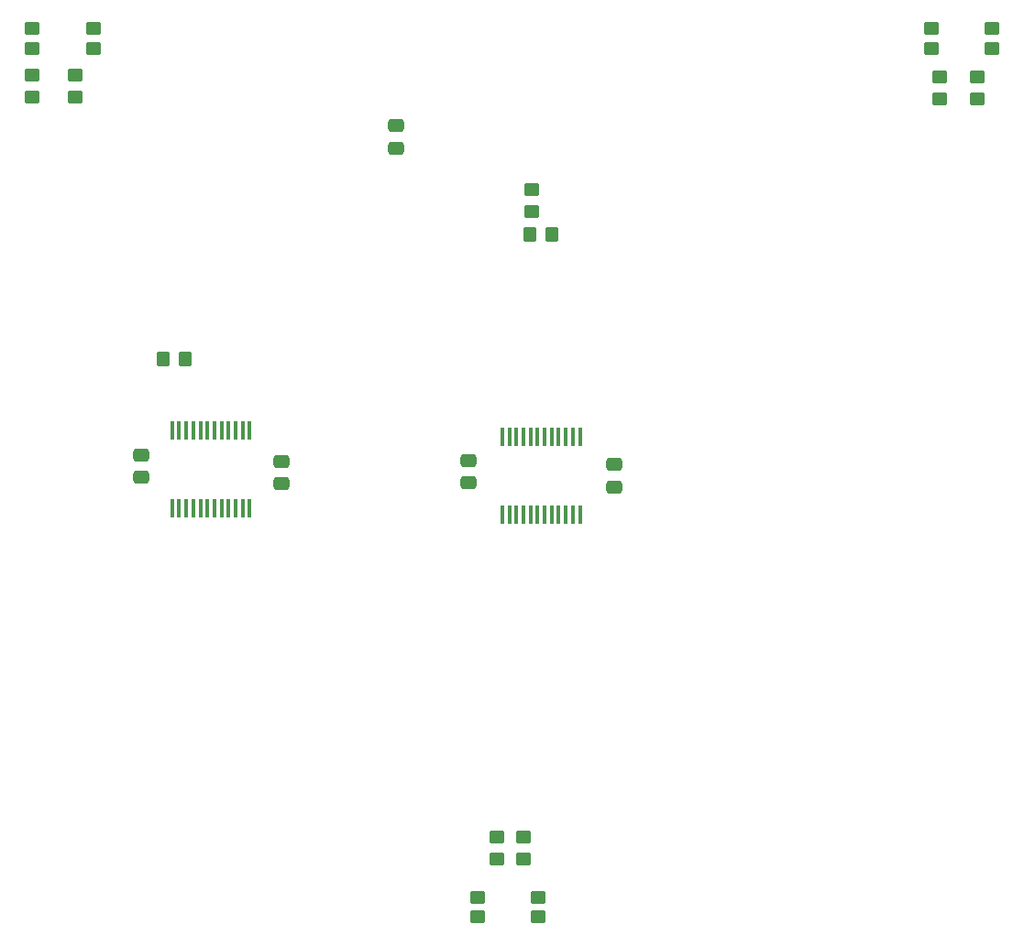
<source format=gbr>
%TF.GenerationSoftware,KiCad,Pcbnew,9.0.5*%
%TF.CreationDate,2025-10-26T18:09:26+01:00*%
%TF.ProjectId,MiniSumoSTM,4d696e69-5375-46d6-9f53-544d2e6b6963,rev?*%
%TF.SameCoordinates,Original*%
%TF.FileFunction,Paste,Bot*%
%TF.FilePolarity,Positive*%
%FSLAX46Y46*%
G04 Gerber Fmt 4.6, Leading zero omitted, Abs format (unit mm)*
G04 Created by KiCad (PCBNEW 9.0.5) date 2025-10-26 18:09:26*
%MOMM*%
%LPD*%
G01*
G04 APERTURE LIST*
G04 Aperture macros list*
%AMRoundRect*
0 Rectangle with rounded corners*
0 $1 Rounding radius*
0 $2 $3 $4 $5 $6 $7 $8 $9 X,Y pos of 4 corners*
0 Add a 4 corners polygon primitive as box body*
4,1,4,$2,$3,$4,$5,$6,$7,$8,$9,$2,$3,0*
0 Add four circle primitives for the rounded corners*
1,1,$1+$1,$2,$3*
1,1,$1+$1,$4,$5*
1,1,$1+$1,$6,$7*
1,1,$1+$1,$8,$9*
0 Add four rect primitives between the rounded corners*
20,1,$1+$1,$2,$3,$4,$5,0*
20,1,$1+$1,$4,$5,$6,$7,0*
20,1,$1+$1,$6,$7,$8,$9,0*
20,1,$1+$1,$8,$9,$2,$3,0*%
G04 Aperture macros list end*
%ADD10RoundRect,0.250000X0.475000X-0.337500X0.475000X0.337500X-0.475000X0.337500X-0.475000X-0.337500X0*%
%ADD11RoundRect,0.250000X-0.475000X0.337500X-0.475000X-0.337500X0.475000X-0.337500X0.475000X0.337500X0*%
%ADD12RoundRect,0.250000X0.450000X-0.350000X0.450000X0.350000X-0.450000X0.350000X-0.450000X-0.350000X0*%
%ADD13RoundRect,0.250000X-0.450000X0.350000X-0.450000X-0.350000X0.450000X-0.350000X0.450000X0.350000X0*%
%ADD14RoundRect,0.250000X0.350000X0.450000X-0.350000X0.450000X-0.350000X-0.450000X0.350000X-0.450000X0*%
%ADD15RoundRect,0.250000X-0.350000X-0.450000X0.350000X-0.450000X0.350000X0.450000X-0.350000X0.450000X0*%
%ADD16R,0.450000X1.750000*%
%ADD17RoundRect,0.240000X-0.460000X0.360000X-0.460000X-0.360000X0.460000X-0.360000X0.460000X0.360000X0*%
G04 APERTURE END LIST*
D10*
%TO.C,C5*%
X140700000Y-67462500D03*
X140700000Y-69537500D03*
%TD*%
D11*
%TO.C,C10*%
X160830000Y-100857500D03*
X160830000Y-98782500D03*
%TD*%
%TO.C,C12*%
X147375000Y-100462500D03*
X147375000Y-98387500D03*
%TD*%
%TO.C,C15*%
X117125000Y-99962500D03*
X117125000Y-97887500D03*
%TD*%
%TO.C,C17*%
X130125000Y-100562500D03*
X130125000Y-98487500D03*
%TD*%
D12*
%TO.C,R1*%
X194375000Y-62975000D03*
X194375000Y-64975000D03*
%TD*%
%TO.C,R2*%
X190875000Y-62975000D03*
X190875000Y-64975000D03*
%TD*%
%TO.C,R3*%
X107075000Y-62800000D03*
X107075000Y-64800000D03*
%TD*%
%TO.C,R4*%
X111075000Y-62800000D03*
X111075000Y-64800000D03*
%TD*%
%TO.C,R5*%
X150000000Y-133200000D03*
X150000000Y-135200000D03*
%TD*%
D13*
%TO.C,R6*%
X152500000Y-135200000D03*
X152500000Y-133200000D03*
%TD*%
D14*
%TO.C,R7*%
X153100000Y-77500000D03*
X155100000Y-77500000D03*
%TD*%
D13*
%TO.C,R8*%
X153250000Y-75362500D03*
X153250000Y-73362500D03*
%TD*%
D15*
%TO.C,R16*%
X121225000Y-88975000D03*
X119225000Y-88975000D03*
%TD*%
D16*
%TO.C,U8*%
X157675000Y-103400000D03*
X157025000Y-103400000D03*
X156375000Y-103400000D03*
X155725000Y-103400000D03*
X155075000Y-103400000D03*
X154425000Y-103400000D03*
X153775000Y-103400000D03*
X153125000Y-103400000D03*
X152475000Y-103400000D03*
X151825000Y-103400000D03*
X151175000Y-103400000D03*
X150525000Y-103400000D03*
X150525000Y-96200000D03*
X151175000Y-96200000D03*
X151825000Y-96200000D03*
X152475000Y-96200000D03*
X153125000Y-96200000D03*
X153775000Y-96200000D03*
X154425000Y-96200000D03*
X155075000Y-96200000D03*
X155725000Y-96200000D03*
X156375000Y-96200000D03*
X157025000Y-96200000D03*
X157675000Y-96200000D03*
%TD*%
D17*
%TO.C,U2*%
X107125000Y-60275000D03*
X112725000Y-60275000D03*
X107125000Y-58475000D03*
X112725000Y-58475000D03*
%TD*%
%TO.C,U3*%
X148200000Y-140600000D03*
X153800000Y-140600000D03*
X148200000Y-138800000D03*
X153800000Y-138800000D03*
%TD*%
D16*
%TO.C,U9*%
X127175000Y-95625000D03*
X126525000Y-95625000D03*
X125875000Y-95625000D03*
X125225000Y-95625000D03*
X124575000Y-95625000D03*
X123925000Y-95625000D03*
X123275000Y-95625000D03*
X122625000Y-95625000D03*
X121975000Y-95625000D03*
X121325000Y-95625000D03*
X120675000Y-95625000D03*
X120025000Y-95625000D03*
X120025000Y-102825000D03*
X120675000Y-102825000D03*
X121325000Y-102825000D03*
X121975000Y-102825000D03*
X122625000Y-102825000D03*
X123275000Y-102825000D03*
X123925000Y-102825000D03*
X124575000Y-102825000D03*
X125225000Y-102825000D03*
X125875000Y-102825000D03*
X126525000Y-102825000D03*
X127175000Y-102825000D03*
%TD*%
D17*
%TO.C,U1*%
X190125000Y-60275000D03*
X195725000Y-60275000D03*
X190125000Y-58475000D03*
X195725000Y-58475000D03*
%TD*%
M02*

</source>
